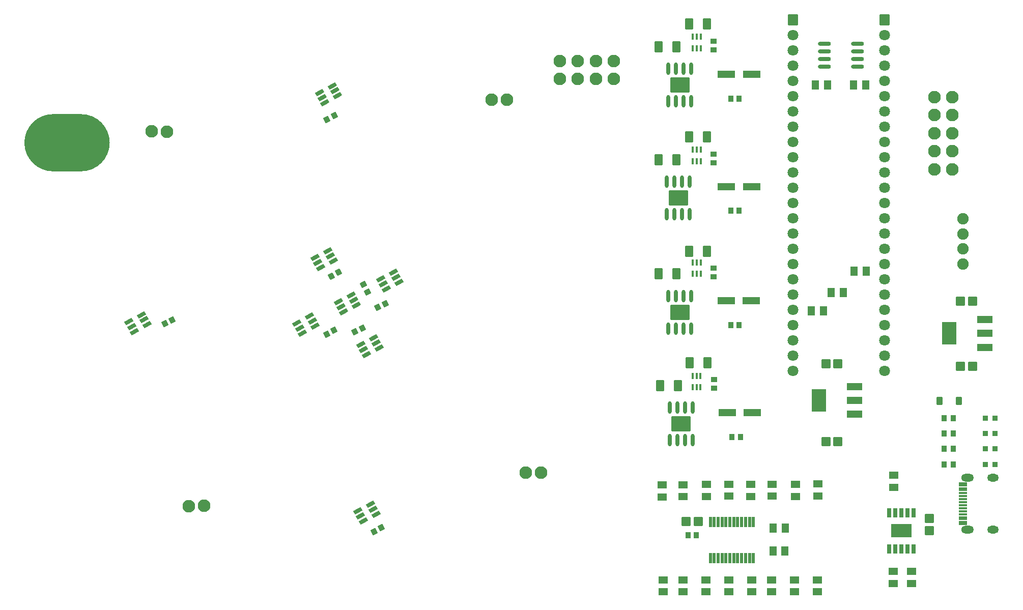
<source format=gts>
G04 Layer: TopSolderMaskLayer*
G04 EasyEDA Pro v2.2.32.3, 2024-11-29 12:29:59*
G04 Gerber Generator version 0.3*
G04 Scale: 100 percent, Rotated: No, Reflected: No*
G04 Dimensions in millimeters*
G04 Leading zeros omitted, absolute positions, 3 integers and 5 decimals*
%FSLAX35Y35*%
%MOMM*%
%AMRoundRect*1,1,$1,$2,$3*1,1,$1,$4,$5*1,1,$1,0-$2,0-$3*1,1,$1,0-$4,0-$5*20,1,$1,$2,$3,$4,$5,0*20,1,$1,$4,$5,0-$2,0-$3,0*20,1,$1,0-$2,0-$3,0-$4,0-$5,0*20,1,$1,0-$4,0-$5,$2,$3,0*4,1,4,$2,$3,$4,$5,0-$2,0-$3,0-$4,0-$5,$2,$3,0*%
%ADD10RoundRect,0.09495X0.70833X-0.67833X-0.70833X-0.67833*%
%ADD11RoundRect,0.09495X-0.70833X0.67833X0.70833X0.67833*%
%ADD12RoundRect,0.09131X0.40514X-0.45514X-0.40514X-0.45514*%
%ADD13RoundRect,0.09131X-0.5725X0.20867X0.14094X0.59282*%
%ADD14RoundRect,0.09131X0.5708X-0.21326X-0.1457X-0.59167*%
%ADD15RoundRect,0.0902X0.57391X-0.20477X-0.1369X-0.59376*%
%ADD16RoundRect,0.09131X0.57391X-0.20477X-0.1369X-0.59376*%
%ADD17RoundRect,0.09131X-0.56594X0.22586X0.15877X0.58829*%
%ADD18RoundRect,0.09131X0.57344X-0.20607X-0.13825X-0.59345*%
%ADD19RoundRect,0.09131X0.57518X-0.20116X-0.13317X-0.59461*%
%ADD20RoundRect,0.09131X0.56594X-0.22586X-0.15877X-0.58829*%
%ADD21RoundRect,0.09131X-0.20306X-0.57451X-0.59417X0.13514*%
%ADD22RoundRect,0.09131X-0.40514X0.45514X0.40514X0.45514*%
%ADD23RoundRect,0.09368X-1.40396X0.55396X1.40396X0.55396*%
%ADD24RoundRect,0.09131X0.45514X0.40514X0.45514X-0.40514*%
%ADD25C,2.102*%
%ADD26RoundRect,0.09164X-0.40518X-0.40518X-0.40518X0.40518*%
%ADD27RoundRect,0.09387X-0.69237X-0.57013X-0.69237X0.57013*%
%ADD28RoundRect,0.09138X-0.40835X0.43712X0.40835X0.43712*%
%ADD29RoundRect,0.09387X0.69237X0.57013X0.69237X-0.57013*%
%ADD30RoundRect,0.09387X-0.57013X0.69237X0.57013X0.69237*%
%ADD31RoundRect,0.09428X-0.60742X0.85416X0.60742X0.85416*%
%ADD32RoundRect,0.09138X0.40835X-0.43712X-0.40835X-0.43712*%
%ADD33RoundRect,0.09387X0.57013X-0.69237X-0.57013X-0.69237*%
%ADD34RoundRect,0.09368X-1.25396X0.55396X1.25396X0.55396*%
%ADD35RoundRect,0.09754X-1.17203X1.80203X1.17203X1.80203*%
%ADD36RoundRect,0.08752X0.30625X0.75625X0.30625X-0.75625*%
%ADD37RoundRect,0.09568X-1.65217X1.05217X1.65217X1.05217*%
%ADD38C,1.8016*%
%ADD39RoundRect,0.09562X0.76499X0.85299X0.76499X-0.85299*%
%ADD40RoundRect,0.08449X-0.20856X0.83356X0.20856X0.83356*%
%ADD41RoundRect,0.0879X-0.71248X-0.05714X0.44949X0.55575*%
%ADD42C,1.9016*%
%ADD43O,0.70361X2.04259*%
%ADD44RoundRect,0.09765X-1.55098X1.20698X1.55098X1.20698*%
%ADD45RoundRect,0.09233X0.45964X-0.61463X-0.45964X-0.61463*%
%ADD46O,2.1466X0.68961*%
%ADD47C,2.1016*%
%ADD48RoundRect,0.08109X-0.66026X-0.16026X-0.66026X0.16026*%
%ADD49O,1.902X1.302*%
%ADD50O,2.102X1.302*%
%ADD51RoundRect,0.09495X0.67833X0.70833X0.67833X-0.70833*%
%ADD52RoundRect,0.0879X-0.71108X-0.07255X0.43735X0.56535*%
%ADD53RoundRect,0.0879X-0.71215X-0.06112X0.44638X0.55825*%
%ADD54RoundRect,0.0879X-0.7125X-0.0569X0.44968X0.55559*%
%ADD55RoundRect,0.08168X0.16747X0.43046X0.16747X-0.43046*%
G75*


G04 Rect Start*
G36*
G01X111296Y8153926D02*
G01X578908Y8153926D01*
G02X1055158Y7677676I0J-476250D01*
G02X578908Y7201426I-476250J0D01*
G01X111296Y7201426D01*
G02X-364954Y7677676I0J476250D01*
G02X111296Y8153926I476250J0D01*
G37*
G04 Rect End*

G04 Pad Start*
G54D10*
G01X15210427Y5039969D03*
G01X15410426Y5039969D03*
G54D11*
G01X15406262Y3960948D03*
G01X15206262Y3960948D03*
G54D10*
G01X12969592Y3996862D03*
G01X13169591Y3996862D03*
G54D11*
G01X13169591Y2701463D03*
G01X12969592Y2701463D03*
G54D12*
G01X10674198Y1143000D03*
G01X10814202Y1143000D03*
G54D11*
G01X10844200Y1371600D03*
G01X10644200Y1371600D03*
G54D13*
G01X4786035Y4554388D03*
G01X4662765Y4488012D03*
G54D14*
G01X5134660Y4529568D03*
G01X5258458Y4594955D03*
G54D16*
G01X5452044Y1202858D03*
G01X5574865Y1270062D03*
G54D17*
G01X2094612Y4730306D03*
G01X1969388Y4667694D03*
G54D18*
G01X4666278Y8060336D03*
G01X4789244Y8127273D03*
G54D19*
G01X4739407Y5452404D03*
G01X4861793Y5520396D03*
G54D20*
G01X5513741Y4938561D03*
G01X5638965Y5001173D03*
G54D21*
G01X5274807Y5319105D03*
G01X5342393Y5196495D03*
G54D22*
G01X11524100Y6547338D03*
G01X11384096Y6547338D03*
G54D23*
G01X11311171Y6947226D03*
G01X11731186Y6947226D03*
G54D22*
G01X11544941Y2776415D03*
G01X11404936Y2776415D03*
G54D23*
G01X11327455Y3182815D03*
G01X11747469Y3182815D03*
G54D24*
G01X11099800Y7346798D03*
G01X11099800Y7486802D03*
G01X11110221Y3594110D03*
G01X11110221Y3734115D03*
G54D25*
G01X9441561Y9039987D03*
G01X9441561Y8740013D03*
G01X9141587Y9039987D03*
G01X9141587Y8740013D03*
G01X8841613Y9039987D03*
G01X8841613Y8740013D03*
G01X8541639Y9039987D03*
G01X8541639Y8740013D03*
G54D26*
G01X15622118Y2325740D03*
G01X15782011Y2326426D03*
G01X15623827Y3091911D03*
G01X15783720Y3092597D03*
G01X15624572Y2835766D03*
G01X15784465Y2836452D03*
G54D27*
G01X10243859Y1982242D03*
G01X10243859Y1782243D03*
G01X10595763Y1987342D03*
G01X10595763Y1787343D03*
G54D28*
G01X15087524Y2583299D03*
G01X14936851Y2583299D03*
G01X15088045Y2323476D03*
G01X14937372Y2323476D03*
G54D29*
G01X10261600Y204800D03*
G01X10261600Y404800D03*
G01X10591800Y204800D03*
G01X10591800Y404800D03*
G01X10972800Y204800D03*
G01X10972800Y404800D03*
G01X11353800Y204800D03*
G01X11353800Y404800D03*
G01X11734800Y204800D03*
G01X11734800Y404800D03*
G01X12065000Y204800D03*
G01X12065000Y404800D03*
G01X12446000Y204800D03*
G01X12446000Y404800D03*
G01X12827000Y204800D03*
G01X12827000Y404800D03*
G54D30*
G01X12286984Y882629D03*
G01X12086984Y882629D03*
G01X12292084Y1265134D03*
G01X12092084Y1265134D03*
G54D27*
G01X12834692Y1997542D03*
G01X12834692Y1797543D03*
G01X12463357Y1992019D03*
G01X12463357Y1792019D03*
G01X12076490Y1994928D03*
G01X12076490Y1794928D03*
G01X11717778Y1992442D03*
G01X11717778Y1792443D03*
G01X11352381Y1994052D03*
G01X11352381Y1794053D03*
G01X10983368Y1992442D03*
G01X10983368Y1792443D03*
G54D31*
G01X10479817Y7392702D03*
G01X10184059Y7392702D03*
G01X10511079Y3632200D03*
G01X10215321Y3632200D03*
G54D29*
G01X14391098Y343248D03*
G01X14391098Y543248D03*
G54D27*
G01X14099976Y2141508D03*
G01X14099976Y1941508D03*
G54D32*
G01X14936316Y3093643D03*
G01X15086989Y3093643D03*
G54D29*
G01X14086298Y343248D03*
G01X14086298Y543248D03*
G54D32*
G01X14936592Y2837390D03*
G01X15087264Y2837390D03*
G54D33*
G01X12726349Y4876800D03*
G01X12926349Y4876800D03*
G01X13056549Y5181600D03*
G01X13256549Y5181600D03*
G01X13437549Y5537200D03*
G01X13637549Y5537200D03*
G54D31*
G01X10993679Y7772400D03*
G01X10697921Y7772400D03*
G01X10998239Y4014502D03*
G01X10702481Y4014502D03*
G54D33*
G01X12795167Y8642889D03*
G01X12995167Y8642889D03*
G01X13430167Y8642889D03*
G01X13630167Y8642889D03*
G54D34*
G01X15614015Y4273639D03*
G01X15614015Y4503636D03*
G01X15614015Y4733633D03*
G54D35*
G01X15020023Y4503636D03*
G54D34*
G01X13442786Y3157265D03*
G01X13442786Y3387262D03*
G01X13442786Y3617259D03*
G54D35*
G01X12848794Y3387262D03*
G54D36*
G01X14423992Y919213D03*
G01X14323992Y919188D03*
G01X14223992Y919188D03*
G01X14123993Y919188D03*
G01X14023993Y919213D03*
G01X14023993Y1519212D03*
G01X14123993Y1519212D03*
G01X14223992Y1519212D03*
G01X14323992Y1519212D03*
G01X14423992Y1519212D03*
G54D37*
G01X14223992Y1219187D03*
G54D38*
G01X12416691Y3880338D03*
G01X12416691Y4134338D03*
G01X12416691Y4388338D03*
G01X12416691Y4642338D03*
G01X12416691Y4896338D03*
G01X12416691Y5150338D03*
G01X12416691Y5404338D03*
G01X12416691Y5658338D03*
G01X12416691Y5912338D03*
G01X12416691Y6166338D03*
G01X12416691Y6420338D03*
G01X12416691Y6674338D03*
G01X12416691Y6928338D03*
G01X12416691Y7182338D03*
G01X12416691Y7436338D03*
G01X12416691Y7690338D03*
G01X12416691Y7944338D03*
G01X12416691Y8198338D03*
G01X12416691Y8452338D03*
G01X12416691Y8706338D03*
G01X12416691Y8960338D03*
G01X12416691Y9214338D03*
G01X12416691Y9468338D03*
G54D39*
G01X12416691Y9722338D03*
G54D38*
G01X13947207Y3880338D03*
G01X13947207Y4134338D03*
G01X13947207Y4388338D03*
G01X13947207Y4642338D03*
G01X13947207Y4896338D03*
G01X13947207Y5150338D03*
G01X13947207Y5404338D03*
G01X13947207Y5658338D03*
G01X13947207Y5912338D03*
G01X13947207Y6166338D03*
G01X13947207Y6420338D03*
G01X13947207Y6674338D03*
G01X13947207Y6928338D03*
G01X13947207Y7182338D03*
G01X13947207Y7436338D03*
G01X13947207Y7690338D03*
G01X13947207Y7944338D03*
G01X13947207Y8198338D03*
G01X13947207Y8452338D03*
G01X13947207Y8706338D03*
G01X13947207Y8960338D03*
G01X13947207Y9214338D03*
G01X13947207Y9468338D03*
G54D39*
G01X13947207Y9722338D03*
G54D40*
G01X11372113Y764540D03*
G01X11307115Y764540D03*
G01X11242116Y764540D03*
G01X11177118Y764540D03*
G01X11112119Y764540D03*
G01X11047120Y764540D03*
G01X11437087Y764540D03*
G01X11762080Y764540D03*
G01X11697106Y764540D03*
G01X11632108Y764540D03*
G01X11567109Y764540D03*
G01X11502111Y764540D03*
G01X11307115Y1369060D03*
G01X11242116Y1369060D03*
G01X11177118Y1369060D03*
G01X11112119Y1369060D03*
G01X11047120Y1369060D03*
G01X11372113Y1369060D03*
G01X11762080Y1369060D03*
G01X11697106Y1369060D03*
G01X11632108Y1369060D03*
G01X11567109Y1369060D03*
G01X11502111Y1369060D03*
G01X11437087Y1369060D03*
G54D41*
G01X5234610Y4320777D03*
G01X5278939Y4236752D03*
G01X5323267Y4152727D03*
G01X5534442Y4264134D03*
G01X5490661Y4348448D03*
G01X5445785Y4432184D03*
G01X5183810Y1552177D03*
G01X5228139Y1468152D03*
G01X5272467Y1384127D03*
G01X5483642Y1495534D03*
G01X5439861Y1579848D03*
G01X5394985Y1663584D03*
G54D42*
G01X15250807Y6409788D03*
G01X15250807Y6159598D03*
G01X15250807Y5909662D03*
G01X15250807Y5659726D03*
G54D41*
G01X4472610Y5768577D03*
G01X4516939Y5684552D03*
G01X4561267Y5600527D03*
G01X4772442Y5711934D03*
G01X4728661Y5796248D03*
G01X4683785Y5879984D03*
G01X5564810Y5412977D03*
G01X5609139Y5328952D03*
G01X5653467Y5244927D03*
G01X5864642Y5356334D03*
G01X5820861Y5440648D03*
G01X5775985Y5524384D03*
G54D43*
G01X10325100Y6484341D03*
G01X10452100Y6484341D03*
G01X10579100Y6484341D03*
G01X10706100Y6484341D03*
G01X10325100Y7028459D03*
G01X10452100Y7028459D03*
G01X10579100Y7028459D03*
G01X10706100Y7028459D03*
G54D44*
G01X10515600Y6756400D03*
G54D43*
G01X10368085Y2726443D03*
G01X10495085Y2726443D03*
G01X10622085Y2726443D03*
G01X10749085Y2726443D03*
G01X10368085Y3270561D03*
G01X10495085Y3270561D03*
G01X10622085Y3270561D03*
G01X10749085Y3270561D03*
G54D44*
G01X10558585Y2998502D03*
G54D45*
G01X14857043Y3381952D03*
G01X15184063Y3381952D03*
G54D46*
G01X12941614Y9325108D03*
G01X12941614Y9198108D03*
G01X12941614Y9071108D03*
G01X12941614Y8944108D03*
G01X13496096Y9325108D03*
G01X13496096Y9198108D03*
G01X13496096Y9071108D03*
G01X13496096Y8944108D03*
G54D47*
G01X7661302Y8396988D03*
G01X7407303Y8396241D03*
G01X2006503Y7863041D03*
G01X1752512Y7865197D03*
G01X7972945Y2191261D03*
G01X8226940Y2189646D03*
G01X2368325Y1627392D03*
G01X2622265Y1632930D03*
G54D48*
G01X15251222Y1495432D03*
G01X15251222Y1545445D03*
G01X15251222Y1595432D03*
G01X15251222Y1645445D03*
G01X15251222Y1695432D03*
G01X15251222Y1745445D03*
G01X15251222Y1795406D03*
G01X15251222Y1845444D03*
G01X15251222Y1335438D03*
G01X15251222Y1365435D03*
G01X15251222Y1415448D03*
G01X15251222Y1445445D03*
G01X15251222Y1895432D03*
G01X15251222Y1925454D03*
G01X15251222Y1975442D03*
G01X15251222Y2005439D03*
G54D49*
G01X15746048Y2102950D03*
G54D50*
G01X15328057Y2102950D03*
G01X15328057Y1237927D03*
G54D49*
G01X15746048Y1237927D03*
G54D23*
G01X11309218Y5045482D03*
G01X11729233Y5045482D03*
G54D43*
G01X10349849Y4583248D03*
G01X10476849Y4583248D03*
G01X10603849Y4583248D03*
G01X10730849Y4583248D03*
G01X10349849Y5127367D03*
G01X10476849Y5127367D03*
G01X10603849Y5127367D03*
G01X10730849Y5127367D03*
G54D44*
G01X10540349Y4855307D03*
G54D31*
G01X10485028Y5496169D03*
G01X10189270Y5496169D03*
G54D22*
G01X11526053Y4645595D03*
G01X11386049Y4645595D03*
G01X11525402Y8407400D03*
G01X11385398Y8407400D03*
G54D23*
G01X11312429Y8820255D03*
G01X11732444Y8820255D03*
G54D24*
G01X11099800Y9226398D03*
G01X11099800Y9366402D03*
G01X11099149Y5450265D03*
G01X11099149Y5590269D03*
G54D51*
G01X14691500Y1222048D03*
G01X14691500Y1422048D03*
G54D25*
G01X15073857Y7537415D03*
G01X14773883Y7537415D03*
G01X15073857Y7837389D03*
G01X14773883Y7837389D03*
G01X15073857Y8137363D03*
G01X14773883Y8137363D03*
G01X15073857Y8437337D03*
G01X14773883Y8437337D03*
G01X15073857Y7237441D03*
G01X14773883Y7237187D03*
G54D26*
G01X15625334Y2582305D03*
G01X15785227Y2582991D03*
G54D31*
G01X10485679Y9271000D03*
G01X10189921Y9271000D03*
G01X10993679Y9652000D03*
G01X10697921Y9652000D03*
G01X10993028Y5870656D03*
G01X10697270Y5870656D03*
G54D43*
G01X10350500Y8363941D03*
G01X10477500Y8363941D03*
G01X10604500Y8363941D03*
G01X10731500Y8363941D03*
G01X10350500Y8908059D03*
G01X10477500Y8908059D03*
G01X10604500Y8908059D03*
G01X10731500Y8908059D03*
G54D44*
G01X10541000Y8636000D03*
G54D52*
G01X1373236Y4698519D03*
G01X1419372Y4615473D03*
G01X1465509Y4532428D03*
G01X1674223Y4648380D03*
G01X1628628Y4731727D03*
G01X1581949Y4814471D03*
G54D53*
G01X4169415Y4678618D03*
G01X4214200Y4594836D03*
G01X4258986Y4511054D03*
G01X4469550Y4623610D03*
G01X4425311Y4707684D03*
G01X4379980Y4791175D03*
G54D54*
G01X4546983Y8514749D03*
G01X4591276Y8430706D03*
G01X4635569Y8346662D03*
G01X4846790Y8457981D03*
G01X4803046Y8542314D03*
G01X4758204Y8626068D03*
G01X4858087Y5031404D03*
G01X4902380Y4947361D03*
G01X4946673Y4863317D03*
G01X5157894Y4974636D03*
G01X5114150Y5058969D03*
G01X5069308Y5142723D03*
G54D55*
G01X10755401Y7373043D03*
G01X10820400Y7373043D03*
G01X10885399Y7373043D03*
G01X10885399Y7562157D03*
G01X10820400Y7562157D03*
G01X10755401Y7562157D03*
G01X10755401Y9252643D03*
G01X10820400Y9252643D03*
G01X10885399Y9252643D03*
G01X10885399Y9441757D03*
G01X10820400Y9441757D03*
G01X10755401Y9441757D03*
G01X10754750Y5497351D03*
G01X10819749Y5497351D03*
G01X10884748Y5497351D03*
G01X10884748Y5686464D03*
G01X10819749Y5686464D03*
G01X10754750Y5686464D03*
G01X10753448Y3608633D03*
G01X10818447Y3608633D03*
G01X10883446Y3608633D03*
G01X10883446Y3797746D03*
G01X10818447Y3797746D03*
G01X10753448Y3797746D03*
G04 Pad End*

M02*


</source>
